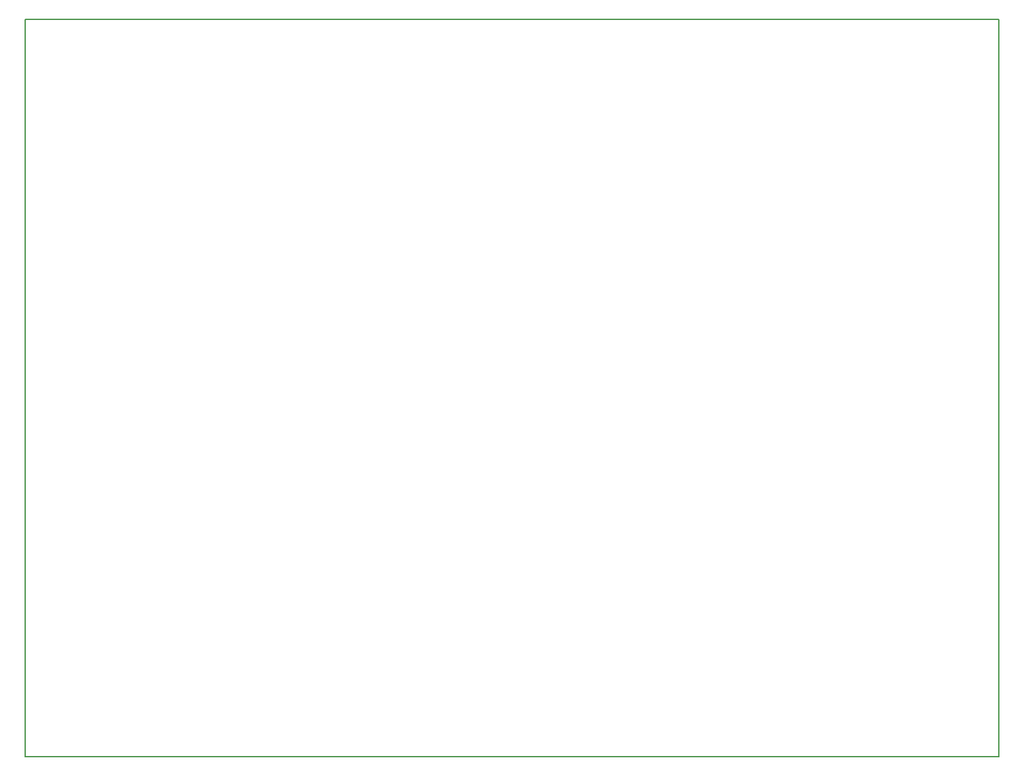
<source format=gm1>
G04 MADE WITH FRITZING*
G04 WWW.FRITZING.ORG*
G04 DOUBLE SIDED*
G04 HOLES PLATED*
G04 CONTOUR ON CENTER OF CONTOUR VECTOR*
%ASAXBY*%
%FSLAX23Y23*%
%MOIN*%
%OFA0B0*%
%SFA1.0B1.0*%
%ADD10R,5.039380X3.818900*%
%ADD11C,0.008000*%
%ADD10C,0.008*%
%LNCONTOUR*%
G90*
G70*
G54D10*
G54D11*
X4Y3815D02*
X5035Y3815D01*
X5035Y4D01*
X4Y4D01*
X4Y3815D01*
D02*
G04 End of contour*
M02*
</source>
